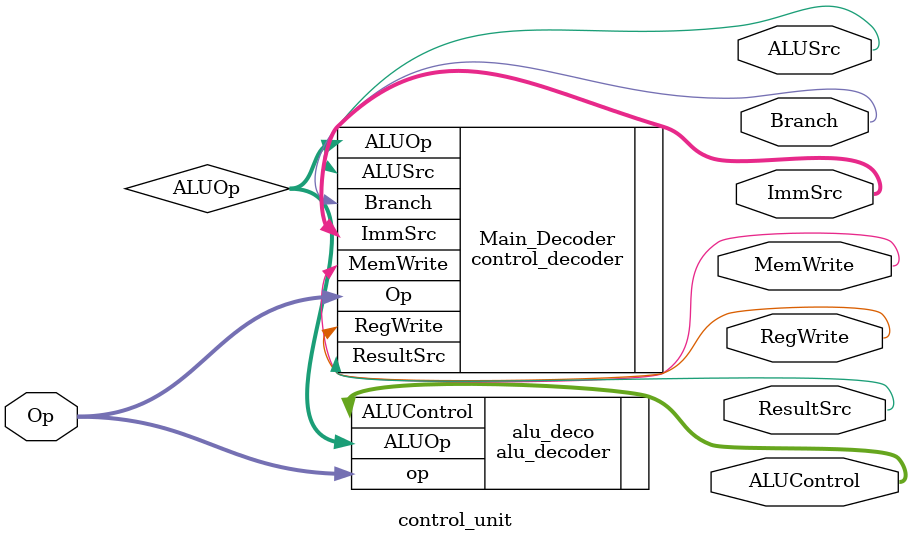
<source format=sv>
module control_unit(input logic [3:0]Op,
								 output logic RegWrite,ALUSrc,MemWrite,ResultSrc,Branch,
								 output logic [1:0]ImmSrc,
								 output logic [2:0]ALUControl);

    logic [1:0]ALUOp;

    control_decoder Main_Decoder(
                .Op(Op),
                .RegWrite(RegWrite),
                .ImmSrc(ImmSrc),
                .MemWrite(MemWrite),
                .ResultSrc(ResultSrc),
                .Branch(Branch),
                .ALUSrc(ALUSrc),
                .ALUOp(ALUOp)
    );

    alu_decoder alu_deco(
                            .ALUOp(ALUOp),
                            .op(Op),
                            .ALUControl(ALUControl)
    );


endmodule
</source>
